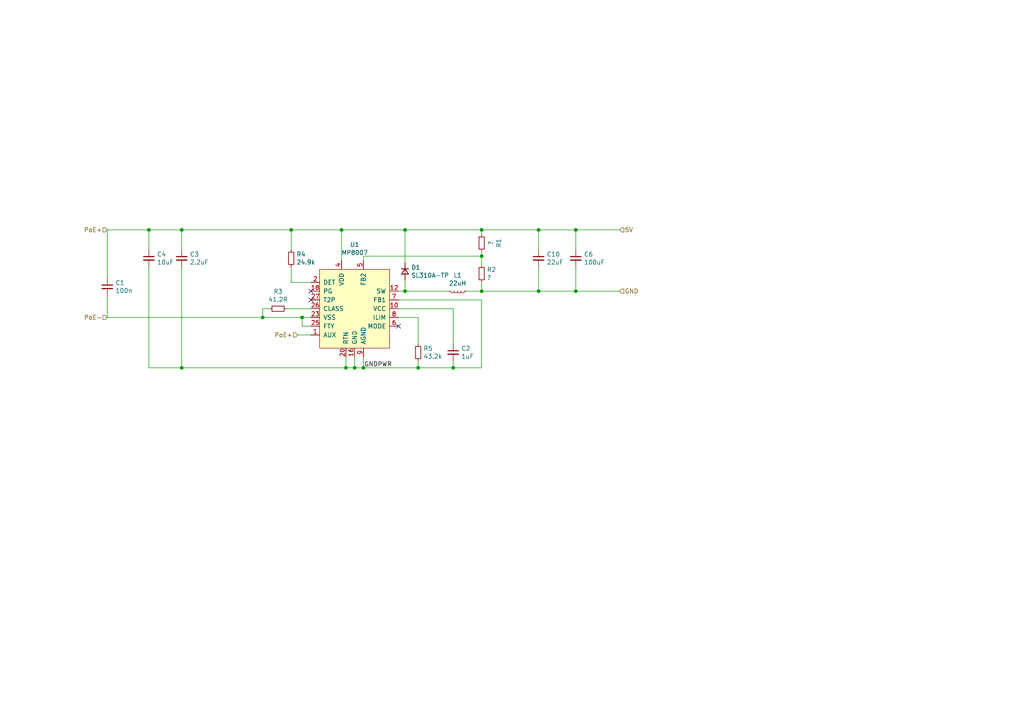
<source format=kicad_sch>
(kicad_sch (version 20211123) (generator eeschema)

  (uuid da469d11-a8a4-414b-9449-d151eeaf4853)

  (paper "A4")

  (lib_symbols
    (symbol "Device:C_Small" (pin_numbers hide) (pin_names (offset 0.254) hide) (in_bom yes) (on_board yes)
      (property "Reference" "C" (id 0) (at 0.254 1.778 0)
        (effects (font (size 1.27 1.27)) (justify left))
      )
      (property "Value" "C_Small" (id 1) (at 0.254 -2.032 0)
        (effects (font (size 1.27 1.27)) (justify left))
      )
      (property "Footprint" "" (id 2) (at 0 0 0)
        (effects (font (size 1.27 1.27)) hide)
      )
      (property "Datasheet" "~" (id 3) (at 0 0 0)
        (effects (font (size 1.27 1.27)) hide)
      )
      (property "ki_keywords" "capacitor cap" (id 4) (at 0 0 0)
        (effects (font (size 1.27 1.27)) hide)
      )
      (property "ki_description" "Unpolarized capacitor, small symbol" (id 5) (at 0 0 0)
        (effects (font (size 1.27 1.27)) hide)
      )
      (property "ki_fp_filters" "C_*" (id 6) (at 0 0 0)
        (effects (font (size 1.27 1.27)) hide)
      )
      (symbol "C_Small_0_1"
        (polyline
          (pts
            (xy -1.524 -0.508)
            (xy 1.524 -0.508)
          )
          (stroke (width 0.3302) (type default) (color 0 0 0 0))
          (fill (type none))
        )
        (polyline
          (pts
            (xy -1.524 0.508)
            (xy 1.524 0.508)
          )
          (stroke (width 0.3048) (type default) (color 0 0 0 0))
          (fill (type none))
        )
      )
      (symbol "C_Small_1_1"
        (pin passive line (at 0 2.54 270) (length 2.032)
          (name "~" (effects (font (size 1.27 1.27))))
          (number "1" (effects (font (size 1.27 1.27))))
        )
        (pin passive line (at 0 -2.54 90) (length 2.032)
          (name "~" (effects (font (size 1.27 1.27))))
          (number "2" (effects (font (size 1.27 1.27))))
        )
      )
    )
    (symbol "Device:D_Small" (pin_numbers hide) (pin_names (offset 0.254) hide) (in_bom yes) (on_board yes)
      (property "Reference" "D" (id 0) (at -1.27 2.032 0)
        (effects (font (size 1.27 1.27)) (justify left))
      )
      (property "Value" "D_Small" (id 1) (at -3.81 -2.032 0)
        (effects (font (size 1.27 1.27)) (justify left))
      )
      (property "Footprint" "" (id 2) (at 0 0 90)
        (effects (font (size 1.27 1.27)) hide)
      )
      (property "Datasheet" "~" (id 3) (at 0 0 90)
        (effects (font (size 1.27 1.27)) hide)
      )
      (property "ki_keywords" "diode" (id 4) (at 0 0 0)
        (effects (font (size 1.27 1.27)) hide)
      )
      (property "ki_description" "Diode, small symbol" (id 5) (at 0 0 0)
        (effects (font (size 1.27 1.27)) hide)
      )
      (property "ki_fp_filters" "TO-???* *_Diode_* *SingleDiode* D_*" (id 6) (at 0 0 0)
        (effects (font (size 1.27 1.27)) hide)
      )
      (symbol "D_Small_0_1"
        (polyline
          (pts
            (xy -0.762 -1.016)
            (xy -0.762 1.016)
          )
          (stroke (width 0.254) (type default) (color 0 0 0 0))
          (fill (type none))
        )
        (polyline
          (pts
            (xy -0.762 0)
            (xy 0.762 0)
          )
          (stroke (width 0) (type default) (color 0 0 0 0))
          (fill (type none))
        )
        (polyline
          (pts
            (xy 0.762 -1.016)
            (xy -0.762 0)
            (xy 0.762 1.016)
            (xy 0.762 -1.016)
          )
          (stroke (width 0.254) (type default) (color 0 0 0 0))
          (fill (type none))
        )
      )
      (symbol "D_Small_1_1"
        (pin passive line (at -2.54 0 0) (length 1.778)
          (name "K" (effects (font (size 1.27 1.27))))
          (number "1" (effects (font (size 1.27 1.27))))
        )
        (pin passive line (at 2.54 0 180) (length 1.778)
          (name "A" (effects (font (size 1.27 1.27))))
          (number "2" (effects (font (size 1.27 1.27))))
        )
      )
    )
    (symbol "Device:L_Small" (pin_numbers hide) (pin_names (offset 0.254) hide) (in_bom yes) (on_board yes)
      (property "Reference" "L" (id 0) (at 0.762 1.016 0)
        (effects (font (size 1.27 1.27)) (justify left))
      )
      (property "Value" "L_Small" (id 1) (at 0.762 -1.016 0)
        (effects (font (size 1.27 1.27)) (justify left))
      )
      (property "Footprint" "" (id 2) (at 0 0 0)
        (effects (font (size 1.27 1.27)) hide)
      )
      (property "Datasheet" "~" (id 3) (at 0 0 0)
        (effects (font (size 1.27 1.27)) hide)
      )
      (property "ki_keywords" "inductor choke coil reactor magnetic" (id 4) (at 0 0 0)
        (effects (font (size 1.27 1.27)) hide)
      )
      (property "ki_description" "Inductor, small symbol" (id 5) (at 0 0 0)
        (effects (font (size 1.27 1.27)) hide)
      )
      (property "ki_fp_filters" "Choke_* *Coil* Inductor_* L_*" (id 6) (at 0 0 0)
        (effects (font (size 1.27 1.27)) hide)
      )
      (symbol "L_Small_0_1"
        (arc (start 0 -2.032) (mid 0.508 -1.524) (end 0 -1.016)
          (stroke (width 0) (type default) (color 0 0 0 0))
          (fill (type none))
        )
        (arc (start 0 -1.016) (mid 0.508 -0.508) (end 0 0)
          (stroke (width 0) (type default) (color 0 0 0 0))
          (fill (type none))
        )
        (arc (start 0 0) (mid 0.508 0.508) (end 0 1.016)
          (stroke (width 0) (type default) (color 0 0 0 0))
          (fill (type none))
        )
        (arc (start 0 1.016) (mid 0.508 1.524) (end 0 2.032)
          (stroke (width 0) (type default) (color 0 0 0 0))
          (fill (type none))
        )
      )
      (symbol "L_Small_1_1"
        (pin passive line (at 0 2.54 270) (length 0.508)
          (name "~" (effects (font (size 1.27 1.27))))
          (number "1" (effects (font (size 1.27 1.27))))
        )
        (pin passive line (at 0 -2.54 90) (length 0.508)
          (name "~" (effects (font (size 1.27 1.27))))
          (number "2" (effects (font (size 1.27 1.27))))
        )
      )
    )
    (symbol "Device:R_Small" (pin_numbers hide) (pin_names (offset 0.254) hide) (in_bom yes) (on_board yes)
      (property "Reference" "R" (id 0) (at 0.762 0.508 0)
        (effects (font (size 1.27 1.27)) (justify left))
      )
      (property "Value" "R_Small" (id 1) (at 0.762 -1.016 0)
        (effects (font (size 1.27 1.27)) (justify left))
      )
      (property "Footprint" "" (id 2) (at 0 0 0)
        (effects (font (size 1.27 1.27)) hide)
      )
      (property "Datasheet" "~" (id 3) (at 0 0 0)
        (effects (font (size 1.27 1.27)) hide)
      )
      (property "ki_keywords" "R resistor" (id 4) (at 0 0 0)
        (effects (font (size 1.27 1.27)) hide)
      )
      (property "ki_description" "Resistor, small symbol" (id 5) (at 0 0 0)
        (effects (font (size 1.27 1.27)) hide)
      )
      (property "ki_fp_filters" "R_*" (id 6) (at 0 0 0)
        (effects (font (size 1.27 1.27)) hide)
      )
      (symbol "R_Small_0_1"
        (rectangle (start -0.762 1.778) (end 0.762 -1.778)
          (stroke (width 0.2032) (type default) (color 0 0 0 0))
          (fill (type none))
        )
      )
      (symbol "R_Small_1_1"
        (pin passive line (at 0 2.54 270) (length 0.762)
          (name "~" (effects (font (size 1.27 1.27))))
          (number "1" (effects (font (size 1.27 1.27))))
        )
        (pin passive line (at 0 -2.54 90) (length 0.762)
          (name "~" (effects (font (size 1.27 1.27))))
          (number "2" (effects (font (size 1.27 1.27))))
        )
      )
    )
    (symbol "local:MP8007" (pin_names (offset 1.016)) (in_bom yes) (on_board yes)
      (property "Reference" "U" (id 0) (at -5.08 11.43 0)
        (effects (font (size 1.27 1.27)))
      )
      (property "Value" "MP8007" (id 1) (at -1.27 -13.97 0)
        (effects (font (size 1.27 1.27)))
      )
      (property "Footprint" "" (id 2) (at -5.08 11.43 0)
        (effects (font (size 1.27 1.27)) hide)
      )
      (property "Datasheet" "" (id 3) (at -5.08 11.43 0)
        (effects (font (size 1.27 1.27)) hide)
      )
      (symbol "MP8007_0_1"
        (rectangle (start -6.35 10.16) (end 13.97 -12.7)
          (stroke (width 0) (type default) (color 0 0 0 0))
          (fill (type background))
        )
      )
      (symbol "MP8007_1_1"
        (pin input line (at -8.89 -8.89 0) (length 2.54)
          (name "AUX" (effects (font (size 1.27 1.27))))
          (number "1" (effects (font (size 1.27 1.27))))
        )
        (pin input line (at 16.51 -1.27 180) (length 2.54)
          (name "VCC" (effects (font (size 1.27 1.27))))
          (number "10" (effects (font (size 1.27 1.27))))
        )
        (pin input line (at 16.51 3.81 180) (length 2.54)
          (name "SW" (effects (font (size 1.27 1.27))))
          (number "12" (effects (font (size 1.27 1.27))))
        )
        (pin input line (at 16.51 3.81 180) (length 2.54) hide
          (name "~" (effects (font (size 1.27 1.27))))
          (number "13" (effects (font (size 1.27 1.27))))
        )
        (pin input line (at 6.35 -15.24 90) (length 2.54) hide
          (name "NC" (effects (font (size 1.27 1.27))))
          (number "14" (effects (font (size 1.27 1.27))))
        )
        (pin input line (at 6.35 -15.24 90) (length 2.54) hide
          (name "NC" (effects (font (size 1.27 1.27))))
          (number "15" (effects (font (size 1.27 1.27))))
        )
        (pin input line (at 3.81 -15.24 90) (length 2.54)
          (name "GND" (effects (font (size 1.27 1.27))))
          (number "16" (effects (font (size 1.27 1.27))))
        )
        (pin input line (at 3.81 -15.24 90) (length 2.54) hide
          (name "~" (effects (font (size 1.27 1.27))))
          (number "17" (effects (font (size 1.27 1.27))))
        )
        (pin input line (at -8.89 3.81 0) (length 2.54)
          (name "PG" (effects (font (size 1.27 1.27))))
          (number "18" (effects (font (size 1.27 1.27))))
        )
        (pin input line (at 6.35 -15.24 90) (length 2.54) hide
          (name "NC" (effects (font (size 1.27 1.27))))
          (number "19" (effects (font (size 1.27 1.27))))
        )
        (pin input line (at -8.89 6.35 0) (length 2.54)
          (name "DET" (effects (font (size 1.27 1.27))))
          (number "2" (effects (font (size 1.27 1.27))))
        )
        (pin input line (at 1.27 -15.24 90) (length 2.54)
          (name "RTN" (effects (font (size 1.27 1.27))))
          (number "20" (effects (font (size 1.27 1.27))))
        )
        (pin input line (at 1.27 -15.24 90) (length 2.54) hide
          (name "~" (effects (font (size 1.27 1.27))))
          (number "21" (effects (font (size 1.27 1.27))))
        )
        (pin input line (at 6.35 -15.24 90) (length 2.54) hide
          (name "NC" (effects (font (size 1.27 1.27))))
          (number "22" (effects (font (size 1.27 1.27))))
        )
        (pin input line (at -8.89 -3.81 0) (length 2.54)
          (name "VSS" (effects (font (size 1.27 1.27))))
          (number "23" (effects (font (size 1.27 1.27))))
        )
        (pin input line (at -8.89 -3.81 0) (length 2.54) hide
          (name "~" (effects (font (size 1.27 1.27))))
          (number "24" (effects (font (size 1.27 1.27))))
        )
        (pin input line (at -8.89 -6.35 0) (length 2.54)
          (name "FTY" (effects (font (size 1.27 1.27))))
          (number "25" (effects (font (size 1.27 1.27))))
        )
        (pin input line (at -8.89 -1.27 0) (length 2.54)
          (name "CLASS" (effects (font (size 1.27 1.27))))
          (number "26" (effects (font (size 1.27 1.27))))
        )
        (pin input line (at -8.89 1.27 0) (length 2.54)
          (name "T2P" (effects (font (size 1.27 1.27))))
          (number "27" (effects (font (size 1.27 1.27))))
        )
        (pin input line (at 3.81 -15.24 90) (length 2.54) hide
          (name "GND" (effects (font (size 1.27 1.27))))
          (number "29" (effects (font (size 1.27 1.27))))
        )
        (pin input line (at 0 12.7 270) (length 2.54)
          (name "VDD" (effects (font (size 1.27 1.27))))
          (number "4" (effects (font (size 1.27 1.27))))
        )
        (pin input line (at 6.35 12.7 270) (length 2.54)
          (name "FB2" (effects (font (size 1.27 1.27))))
          (number "5" (effects (font (size 1.27 1.27))))
        )
        (pin input line (at 16.51 -6.35 180) (length 2.54)
          (name "MODE" (effects (font (size 1.27 1.27))))
          (number "6" (effects (font (size 1.27 1.27))))
        )
        (pin input line (at 16.51 1.27 180) (length 2.54)
          (name "FB1" (effects (font (size 1.27 1.27))))
          (number "7" (effects (font (size 1.27 1.27))))
        )
        (pin input line (at 16.51 -3.81 180) (length 2.54)
          (name "ILIM" (effects (font (size 1.27 1.27))))
          (number "8" (effects (font (size 1.27 1.27))))
        )
        (pin input line (at 6.35 -15.24 90) (length 2.54)
          (name "AGND" (effects (font (size 1.27 1.27))))
          (number "9" (effects (font (size 1.27 1.27))))
        )
      )
    )
  )

  (junction (at 156.21 84.455) (diameter 0) (color 0 0 0 0)
    (uuid 13c0ff76-ed71-4cd9-abb0-92c376825d5d)
  )
  (junction (at 102.87 106.68) (diameter 0) (color 0 0 0 0)
    (uuid 181abe7a-f941-42b6-bd46-aaa3131f90fb)
  )
  (junction (at 84.455 66.675) (diameter 0) (color 0 0 0 0)
    (uuid 1d9cdadc-9036-4a95-b6db-fa7b3b74c869)
  )
  (junction (at 139.7 84.455) (diameter 0) (color 0 0 0 0)
    (uuid 24f7628d-681d-4f0e-8409-40a129e929d9)
  )
  (junction (at 100.33 106.68) (diameter 0) (color 0 0 0 0)
    (uuid 3a7648d8-121a-4921-9b92-9b35b76ce39b)
  )
  (junction (at 139.7 66.675) (diameter 0) (color 0 0 0 0)
    (uuid 3e903008-0276-4a73-8edb-5d9dfde6297c)
  )
  (junction (at 87.63 92.075) (diameter 0) (color 0 0 0 0)
    (uuid 44d8279a-9cd1-4db6-856f-0363131605fc)
  )
  (junction (at 131.445 106.68) (diameter 0) (color 0 0 0 0)
    (uuid 6c2e273e-743c-4f1e-a647-4171f8122550)
  )
  (junction (at 105.41 106.68) (diameter 0) (color 0 0 0 0)
    (uuid 8174b4de-74b1-48db-ab8e-c8432251095b)
  )
  (junction (at 167.005 84.455) (diameter 0) (color 0 0 0 0)
    (uuid 8412992d-8754-44de-9e08-115cec1a3eff)
  )
  (junction (at 121.285 106.68) (diameter 0) (color 0 0 0 0)
    (uuid 9bb20359-0f8b-45bc-9d38-6626ed3a939d)
  )
  (junction (at 156.21 66.675) (diameter 0) (color 0 0 0 0)
    (uuid a27eb049-c992-4f11-a026-1e6a8d9d0160)
  )
  (junction (at 43.18 66.675) (diameter 0) (color 0 0 0 0)
    (uuid aca4de92-9c41-4c2b-9afa-540d02dafa1c)
  )
  (junction (at 117.475 66.675) (diameter 0) (color 0 0 0 0)
    (uuid b88717bd-086f-46cd-9d3f-0396009d0996)
  )
  (junction (at 117.475 84.455) (diameter 0) (color 0 0 0 0)
    (uuid c01d25cd-f4bb-4ef3-b5ea-533a2a4ddb2b)
  )
  (junction (at 139.7 74.295) (diameter 0) (color 0 0 0 0)
    (uuid c0eca5ed-bc5e-4618-9bcd-80945bea41ed)
  )
  (junction (at 52.705 106.68) (diameter 0) (color 0 0 0 0)
    (uuid c25a772d-af9c-4ebc-96f6-0966738c13a8)
  )
  (junction (at 99.06 66.675) (diameter 0) (color 0 0 0 0)
    (uuid c41b3c8b-634e-435a-b582-96b83bbd4032)
  )
  (junction (at 76.2 92.075) (diameter 0) (color 0 0 0 0)
    (uuid c830e3bc-dc64-4f65-8f47-3b106bae2807)
  )
  (junction (at 52.705 66.675) (diameter 0) (color 0 0 0 0)
    (uuid e8c50f1b-c316-4110-9cce-5c24c65a1eaa)
  )
  (junction (at 167.005 66.675) (diameter 0) (color 0 0 0 0)
    (uuid ffd175d1-912a-4224-be1e-a8198680f46b)
  )

  (no_connect (at 90.17 84.455) (uuid 6a45789b-3855-401f-8139-3c734f7f52f9))
  (no_connect (at 90.17 86.995) (uuid b1086f75-01ba-4188-8d36-75a9e2828ca9))
  (no_connect (at 115.57 94.615) (uuid d3d7e298-1d39-4294-a3ab-c84cc0dc5e5a))

  (wire (pts (xy 139.7 67.945) (xy 139.7 66.675))
    (stroke (width 0) (type default) (color 0 0 0 0))
    (uuid 0217dfc4-fc13-4699-99ad-d9948522648e)
  )
  (wire (pts (xy 102.87 103.505) (xy 102.87 106.68))
    (stroke (width 0) (type default) (color 0 0 0 0))
    (uuid 0eaa98f0-9565-4637-ace3-42a5231b07f7)
  )
  (wire (pts (xy 52.705 77.47) (xy 52.705 106.68))
    (stroke (width 0) (type default) (color 0 0 0 0))
    (uuid 12422a89-3d0c-485c-9386-f77121fd68fd)
  )
  (wire (pts (xy 43.18 77.47) (xy 43.18 106.68))
    (stroke (width 0) (type default) (color 0 0 0 0))
    (uuid 1e8701fc-ad24-40ea-846a-e3db538d6077)
  )
  (wire (pts (xy 31.115 92.075) (xy 76.2 92.075))
    (stroke (width 0) (type default) (color 0 0 0 0))
    (uuid 25d545dc-8f50-4573-922c-35ef5a2a3a19)
  )
  (wire (pts (xy 121.285 99.695) (xy 121.285 92.075))
    (stroke (width 0) (type default) (color 0 0 0 0))
    (uuid 2d210a96-f81f-42a9-8bf4-1b43c11086f3)
  )
  (wire (pts (xy 84.455 81.915) (xy 90.17 81.915))
    (stroke (width 0) (type default) (color 0 0 0 0))
    (uuid 2e642b3e-a476-4c54-9a52-dcea955640cd)
  )
  (wire (pts (xy 135.255 84.455) (xy 139.7 84.455))
    (stroke (width 0) (type default) (color 0 0 0 0))
    (uuid 2f215f15-3d52-4c91-93e6-3ea03a95622f)
  )
  (wire (pts (xy 84.455 66.675) (xy 99.06 66.675))
    (stroke (width 0) (type default) (color 0 0 0 0))
    (uuid 30f15357-ce1d-48b9-93dc-7d9b1b2aa048)
  )
  (wire (pts (xy 139.7 86.995) (xy 139.7 106.68))
    (stroke (width 0) (type default) (color 0 0 0 0))
    (uuid 31e08896-1992-4725-96d9-9d2728bca7a3)
  )
  (wire (pts (xy 131.445 104.775) (xy 131.445 106.68))
    (stroke (width 0) (type default) (color 0 0 0 0))
    (uuid 3cd1bda0-18db-417d-b581-a0c50623df68)
  )
  (wire (pts (xy 31.115 80.645) (xy 31.115 66.675))
    (stroke (width 0) (type default) (color 0 0 0 0))
    (uuid 47baf4b1-0938-497d-88f9-671136aa8be7)
  )
  (wire (pts (xy 115.57 84.455) (xy 117.475 84.455))
    (stroke (width 0) (type default) (color 0 0 0 0))
    (uuid 4a4ec8d9-3d72-4952-83d4-808f65849a2b)
  )
  (wire (pts (xy 90.17 94.615) (xy 87.63 94.615))
    (stroke (width 0) (type default) (color 0 0 0 0))
    (uuid 4fb02e58-160a-4a39-9f22-d0c75e82ee72)
  )
  (wire (pts (xy 76.2 89.535) (xy 76.2 92.075))
    (stroke (width 0) (type default) (color 0 0 0 0))
    (uuid 5fc27c35-3e1c-4f96-817c-93b5570858a6)
  )
  (wire (pts (xy 117.475 66.675) (xy 139.7 66.675))
    (stroke (width 0) (type default) (color 0 0 0 0))
    (uuid 61fe293f-6808-4b7f-9340-9aaac7054a97)
  )
  (wire (pts (xy 139.7 66.675) (xy 156.21 66.675))
    (stroke (width 0) (type default) (color 0 0 0 0))
    (uuid 639c0e59-e95c-4114-bccd-2e7277505454)
  )
  (wire (pts (xy 117.475 76.2) (xy 117.475 66.675))
    (stroke (width 0) (type default) (color 0 0 0 0))
    (uuid 63ff1c93-3f96-4c33-b498-5dd8c33bccc0)
  )
  (wire (pts (xy 167.005 72.39) (xy 167.005 66.675))
    (stroke (width 0) (type default) (color 0 0 0 0))
    (uuid 6441b183-b8f2-458f-a23d-60e2b1f66dd6)
  )
  (wire (pts (xy 99.06 66.675) (xy 117.475 66.675))
    (stroke (width 0) (type default) (color 0 0 0 0))
    (uuid 66043bca-a260-4915-9fce-8a51d324c687)
  )
  (wire (pts (xy 131.445 106.68) (xy 139.7 106.68))
    (stroke (width 0) (type default) (color 0 0 0 0))
    (uuid 666713b0-70f4-42df-8761-f65bc212d03b)
  )
  (wire (pts (xy 167.005 84.455) (xy 179.705 84.455))
    (stroke (width 0) (type default) (color 0 0 0 0))
    (uuid 68877d35-b796-44db-9124-b8e744e7412e)
  )
  (wire (pts (xy 139.7 74.295) (xy 139.7 73.025))
    (stroke (width 0) (type default) (color 0 0 0 0))
    (uuid 6bfe5804-2ef9-4c65-b2a7-f01e4014370a)
  )
  (wire (pts (xy 76.2 92.075) (xy 87.63 92.075))
    (stroke (width 0) (type default) (color 0 0 0 0))
    (uuid 6c9b793c-e74d-4754-a2c0-901e73b26f1c)
  )
  (wire (pts (xy 105.41 106.68) (xy 121.285 106.68))
    (stroke (width 0) (type default) (color 0 0 0 0))
    (uuid 6d26d68f-1ca7-4ff3-b058-272f1c399047)
  )
  (wire (pts (xy 105.41 106.68) (xy 102.87 106.68))
    (stroke (width 0) (type default) (color 0 0 0 0))
    (uuid 704d6d51-bb34-4cbf-83d8-841e208048d8)
  )
  (wire (pts (xy 86.36 97.155) (xy 90.17 97.155))
    (stroke (width 0) (type default) (color 0 0 0 0))
    (uuid 716e31c5-485f-40b5-88e3-a75900da9811)
  )
  (wire (pts (xy 105.41 74.295) (xy 139.7 74.295))
    (stroke (width 0) (type default) (color 0 0 0 0))
    (uuid 75ffc65c-7132-4411-9f2a-ae0c73d79338)
  )
  (wire (pts (xy 99.06 66.675) (xy 99.06 75.565))
    (stroke (width 0) (type default) (color 0 0 0 0))
    (uuid 77ed3941-d133-4aef-a9af-5a39322d14eb)
  )
  (wire (pts (xy 52.705 72.39) (xy 52.705 66.675))
    (stroke (width 0) (type default) (color 0 0 0 0))
    (uuid 7d34f6b1-ab31-49be-b011-c67fe67a8a56)
  )
  (wire (pts (xy 115.57 89.535) (xy 131.445 89.535))
    (stroke (width 0) (type default) (color 0 0 0 0))
    (uuid 7dc880bc-e7eb-4cce-8d8c-0b65a9dd788e)
  )
  (wire (pts (xy 156.21 72.39) (xy 156.21 66.675))
    (stroke (width 0) (type default) (color 0 0 0 0))
    (uuid 80094b70-85ab-4ff6-934b-60d5ee65023a)
  )
  (wire (pts (xy 105.41 74.295) (xy 105.41 75.565))
    (stroke (width 0) (type default) (color 0 0 0 0))
    (uuid 852dabbf-de45-4470-8176-59d37a754407)
  )
  (wire (pts (xy 84.455 77.47) (xy 84.455 81.915))
    (stroke (width 0) (type default) (color 0 0 0 0))
    (uuid 87371631-aa02-498a-998a-09bdb74784c1)
  )
  (wire (pts (xy 139.7 84.455) (xy 139.7 81.915))
    (stroke (width 0) (type default) (color 0 0 0 0))
    (uuid 8da933a9-35f8-42e6-8504-d1bab7264306)
  )
  (wire (pts (xy 52.705 106.68) (xy 100.33 106.68))
    (stroke (width 0) (type default) (color 0 0 0 0))
    (uuid 911bdcbe-493f-4e21-a506-7cbc636e2c17)
  )
  (wire (pts (xy 121.285 106.68) (xy 131.445 106.68))
    (stroke (width 0) (type default) (color 0 0 0 0))
    (uuid 9157f4ae-0244-4ff1-9f73-3cb4cbb5f280)
  )
  (wire (pts (xy 117.475 81.28) (xy 117.475 84.455))
    (stroke (width 0) (type default) (color 0 0 0 0))
    (uuid 9b0a1687-7e1b-4a04-a30b-c27a072a2949)
  )
  (wire (pts (xy 117.475 84.455) (xy 130.175 84.455))
    (stroke (width 0) (type default) (color 0 0 0 0))
    (uuid 9e1b837f-0d34-4a18-9644-9ee68f141f46)
  )
  (wire (pts (xy 52.705 66.675) (xy 84.455 66.675))
    (stroke (width 0) (type default) (color 0 0 0 0))
    (uuid 9f8381e9-3077-4453-a480-a01ad9c1a940)
  )
  (wire (pts (xy 121.285 104.775) (xy 121.285 106.68))
    (stroke (width 0) (type default) (color 0 0 0 0))
    (uuid aa14c3bd-4acc-4908-9d28-228585a22a9d)
  )
  (wire (pts (xy 115.57 86.995) (xy 139.7 86.995))
    (stroke (width 0) (type default) (color 0 0 0 0))
    (uuid b5352a33-563a-4ffe-a231-2e68fb54afa3)
  )
  (wire (pts (xy 167.005 66.675) (xy 179.705 66.675))
    (stroke (width 0) (type default) (color 0 0 0 0))
    (uuid b96fe6ac-3535-4455-ab88-ed77f5e46d6e)
  )
  (wire (pts (xy 31.115 66.675) (xy 43.18 66.675))
    (stroke (width 0) (type default) (color 0 0 0 0))
    (uuid babeabf2-f3b0-4ed5-8d9e-0215947e6cf3)
  )
  (wire (pts (xy 139.7 76.835) (xy 139.7 74.295))
    (stroke (width 0) (type default) (color 0 0 0 0))
    (uuid bd5408e4-362d-4e43-9d39-78fb99eb52c8)
  )
  (wire (pts (xy 167.005 77.47) (xy 167.005 84.455))
    (stroke (width 0) (type default) (color 0 0 0 0))
    (uuid bfc0aadc-38cf-466e-a642-68fdc3138c78)
  )
  (wire (pts (xy 83.185 89.535) (xy 90.17 89.535))
    (stroke (width 0) (type default) (color 0 0 0 0))
    (uuid c144caa5-b0d4-4cef-840a-d4ad178a2102)
  )
  (wire (pts (xy 156.21 84.455) (xy 167.005 84.455))
    (stroke (width 0) (type default) (color 0 0 0 0))
    (uuid c332fa55-4168-4f55-88a5-f82c7c21040b)
  )
  (wire (pts (xy 43.18 66.675) (xy 52.705 66.675))
    (stroke (width 0) (type default) (color 0 0 0 0))
    (uuid c43663ee-9a0d-4f27-a292-89ba89964065)
  )
  (wire (pts (xy 102.87 106.68) (xy 100.33 106.68))
    (stroke (width 0) (type default) (color 0 0 0 0))
    (uuid ce83728b-bebd-48c2-8734-b6a50d837931)
  )
  (wire (pts (xy 139.7 84.455) (xy 156.21 84.455))
    (stroke (width 0) (type default) (color 0 0 0 0))
    (uuid d3c11c8f-a73d-4211-934b-a6da255728ad)
  )
  (wire (pts (xy 156.21 77.47) (xy 156.21 84.455))
    (stroke (width 0) (type default) (color 0 0 0 0))
    (uuid d4a1d3c4-b315-4bec-9220-d12a9eab51e0)
  )
  (wire (pts (xy 43.18 106.68) (xy 52.705 106.68))
    (stroke (width 0) (type default) (color 0 0 0 0))
    (uuid d5641ac9-9be7-46bf-90b3-6c83d852b5ba)
  )
  (wire (pts (xy 131.445 99.695) (xy 131.445 89.535))
    (stroke (width 0) (type default) (color 0 0 0 0))
    (uuid d57dcfee-5058-4fc2-a68b-05f9a48f685b)
  )
  (wire (pts (xy 43.18 72.39) (xy 43.18 66.675))
    (stroke (width 0) (type default) (color 0 0 0 0))
    (uuid d7269d2a-b8c0-422d-8f25-f79ea31bf75e)
  )
  (wire (pts (xy 84.455 72.39) (xy 84.455 66.675))
    (stroke (width 0) (type default) (color 0 0 0 0))
    (uuid d8603679-3e7b-4337-8dbc-1827f5f54d8a)
  )
  (wire (pts (xy 156.21 66.675) (xy 167.005 66.675))
    (stroke (width 0) (type default) (color 0 0 0 0))
    (uuid df32840e-2912-4088-b54c-9a85f64c0265)
  )
  (wire (pts (xy 31.115 85.725) (xy 31.115 92.075))
    (stroke (width 0) (type default) (color 0 0 0 0))
    (uuid e615f7aa-337e-474d-9615-2ad82b1c44ca)
  )
  (wire (pts (xy 121.285 92.075) (xy 115.57 92.075))
    (stroke (width 0) (type default) (color 0 0 0 0))
    (uuid e857610b-4434-4144-b04e-43c1ebdc5ceb)
  )
  (wire (pts (xy 87.63 92.075) (xy 90.17 92.075))
    (stroke (width 0) (type default) (color 0 0 0 0))
    (uuid eb667eea-300e-4ca7-8a6f-4b00de80cd45)
  )
  (wire (pts (xy 87.63 94.615) (xy 87.63 92.075))
    (stroke (width 0) (type default) (color 0 0 0 0))
    (uuid ef8fe2ac-6a7f-4682-9418-b801a1b10a3b)
  )
  (wire (pts (xy 78.105 89.535) (xy 76.2 89.535))
    (stroke (width 0) (type default) (color 0 0 0 0))
    (uuid efeac2a2-7682-4dc7-83ee-f6f1b23da506)
  )
  (wire (pts (xy 100.33 106.68) (xy 100.33 103.505))
    (stroke (width 0) (type default) (color 0 0 0 0))
    (uuid f71da641-16e6-4257-80c3-0b9d804fee4f)
  )
  (wire (pts (xy 105.41 103.505) (xy 105.41 106.68))
    (stroke (width 0) (type default) (color 0 0 0 0))
    (uuid fd470e95-4861-44fe-b1e4-6d8a7c66e144)
  )

  (label "GNDPWR" (at 113.665 106.68 180)
    (effects (font (size 1.27 1.27)) (justify right bottom))
    (uuid 48ab88d7-7084-4d02-b109-3ad55a30bb11)
  )

  (hierarchical_label "PoE+" (shape input) (at 86.36 97.155 180)
    (effects (font (size 1.27 1.27)) (justify right))
    (uuid 127679a9-3981-4934-815e-896a4e3ff56e)
  )
  (hierarchical_label "5V" (shape input) (at 179.705 66.675 0)
    (effects (font (size 1.27 1.27)) (justify left))
    (uuid 3f5fe6b7-98fc-4d3e-9567-f9f7202d1455)
  )
  (hierarchical_label "PoE-" (shape input) (at 31.115 92.075 180)
    (effects (font (size 1.27 1.27)) (justify right))
    (uuid 5cbb5968-dbb5-4b84-864a-ead1cacf75b9)
  )
  (hierarchical_label "PoE+" (shape input) (at 31.115 66.675 180)
    (effects (font (size 1.27 1.27)) (justify right))
    (uuid afb8e687-4a13-41a1-b8c0-89a749e897fe)
  )
  (hierarchical_label "GND" (shape input) (at 179.705 84.455 0)
    (effects (font (size 1.27 1.27)) (justify left))
    (uuid bb7f0588-d4d8-44bf-9ebf-3c533fe4d6ae)
  )

  (symbol (lib_id "local:MP8007") (at 99.06 88.265 0) (unit 1)
    (in_bom yes) (on_board yes)
    (uuid 00000000-0000-0000-0000-000060a0318a)
    (property "Reference" "U1" (id 0) (at 102.87 70.9676 0))
    (property "Value" "MP8007" (id 1) (at 102.87 73.279 0))
    (property "Footprint" "Package_DFN_QFN:QFN-28-1EP_4x5mm_P0.5mm_EP2.65x3.65mm_ThermalVias" (id 2) (at 93.98 76.835 0)
      (effects (font (size 1.27 1.27)) hide)
    )
    (property "Datasheet" "" (id 3) (at 93.98 76.835 0)
      (effects (font (size 1.27 1.27)) hide)
    )
    (pin "1" (uuid d45e7256-661e-4d00-854c-f526f8bf15ad))
    (pin "10" (uuid dc3aba9f-670c-48ff-8d17-ce46b2d14e1b))
    (pin "12" (uuid d2c61604-a816-4601-a1a6-18f90f86b771))
    (pin "13" (uuid ea87411d-3c37-4ee3-8f36-8e3a9f8bd10e))
    (pin "14" (uuid a999881c-a4bc-47d4-9eb8-36f9cdf801e4))
    (pin "15" (uuid 8a105e27-360d-4b14-b314-e5b151d85e0a))
    (pin "16" (uuid dec7721f-253a-41eb-9287-d0b7bc694215))
    (pin "17" (uuid 0e3170e8-bcda-49f0-a05c-16bd526f652b))
    (pin "18" (uuid 2f4e6d3b-e788-40fd-a30d-623725dbb33b))
    (pin "19" (uuid 16f46eb7-3179-4690-ba60-9ec9d64b3378))
    (pin "2" (uuid c5a12768-f9ec-43d1-9832-40cf58ab35d8))
    (pin "20" (uuid 486fb20f-4d44-4d0e-98e3-b32ec2eda971))
    (pin "21" (uuid 9a8b7046-99b9-43b5-9740-2bf42c50fd1e))
    (pin "22" (uuid 6abfd228-b84c-4c51-a63b-e85b0dd8af0d))
    (pin "23" (uuid 2503d954-ef99-4072-b4c2-68d293469a5a))
    (pin "24" (uuid c5119c27-886e-4e5d-a3d6-b687afc97a5f))
    (pin "25" (uuid 41a21862-965c-43a6-a37c-e7f05eddb9f6))
    (pin "26" (uuid a1ff99f3-4674-4b77-aaee-8bfef9eeac71))
    (pin "27" (uuid b55d8c60-122f-4b07-af35-8b61ef7e15af))
    (pin "29" (uuid 58f05cab-efdd-4aa9-a5ca-3b2017dba7ad))
    (pin "4" (uuid 028fa86a-5859-41be-bd1f-58207503dfac))
    (pin "5" (uuid 7a683382-1dbf-447f-8e83-d7e70b931d63))
    (pin "6" (uuid fc884eb3-6cbb-4007-990b-4188d2e9ee00))
    (pin "7" (uuid 3b36b69e-2dff-40a2-b090-111e9cc6e87d))
    (pin "8" (uuid 43789822-7973-4f94-a080-806a43eec52c))
    (pin "9" (uuid 6fbf06b6-aa78-493f-9ea2-e7b5da773fcd))
  )

  (symbol (lib_id "Device:C_Small") (at 31.115 83.185 0) (unit 1)
    (in_bom yes) (on_board yes)
    (uuid 00000000-0000-0000-0000-000060a06e25)
    (property "Reference" "C1" (id 0) (at 33.4518 82.0166 0)
      (effects (font (size 1.27 1.27)) (justify left))
    )
    (property "Value" "100n" (id 1) (at 33.4518 84.328 0)
      (effects (font (size 1.27 1.27)) (justify left))
    )
    (property "Footprint" "Capacitor_SMD:C_0603_1608Metric" (id 2) (at 31.115 83.185 0)
      (effects (font (size 1.27 1.27)) hide)
    )
    (property "Datasheet" "~" (id 3) (at 31.115 83.185 0)
      (effects (font (size 1.27 1.27)) hide)
    )
    (pin "1" (uuid 457763d2-86b1-4f16-90c8-113820390f37))
    (pin "2" (uuid 4b2118cf-fb52-4113-a818-0a42fecbb1e6))
  )

  (symbol (lib_id "Device:R_Small") (at 84.455 74.93 0) (unit 1)
    (in_bom yes) (on_board yes)
    (uuid 00000000-0000-0000-0000-000060a0839d)
    (property "Reference" "R4" (id 0) (at 85.9536 73.7616 0)
      (effects (font (size 1.27 1.27)) (justify left))
    )
    (property "Value" "24.9k" (id 1) (at 85.9536 76.073 0)
      (effects (font (size 1.27 1.27)) (justify left))
    )
    (property "Footprint" "Resistor_SMD:R_0603_1608Metric" (id 2) (at 84.455 74.93 0)
      (effects (font (size 1.27 1.27)) hide)
    )
    (property "Datasheet" "~" (id 3) (at 84.455 74.93 0)
      (effects (font (size 1.27 1.27)) hide)
    )
    (pin "1" (uuid 48009e63-8dca-41c7-8d95-bd4dc68d0472))
    (pin "2" (uuid c24f6dda-4e88-46d6-891a-2292666a3f6c))
  )

  (symbol (lib_id "Device:R_Small") (at 80.645 89.535 270) (unit 1)
    (in_bom yes) (on_board yes)
    (uuid 00000000-0000-0000-0000-000060a08fa6)
    (property "Reference" "R3" (id 0) (at 80.645 84.5566 90))
    (property "Value" "41.2R" (id 1) (at 80.645 86.868 90))
    (property "Footprint" "Resistor_SMD:R_0603_1608Metric" (id 2) (at 80.645 89.535 0)
      (effects (font (size 1.27 1.27)) hide)
    )
    (property "Datasheet" "~" (id 3) (at 80.645 89.535 0)
      (effects (font (size 1.27 1.27)) hide)
    )
    (pin "1" (uuid 90b6d63a-e0ed-40d8-aa18-bc361c596675))
    (pin "2" (uuid a2a358ce-235e-4fcc-ac24-30f1122ba0a2))
  )

  (symbol (lib_id "Device:C_Small") (at 131.445 102.235 0) (unit 1)
    (in_bom yes) (on_board yes)
    (uuid 00000000-0000-0000-0000-000060a1ec7f)
    (property "Reference" "C2" (id 0) (at 133.7818 101.0666 0)
      (effects (font (size 1.27 1.27)) (justify left))
    )
    (property "Value" "1uF" (id 1) (at 133.7818 103.378 0)
      (effects (font (size 1.27 1.27)) (justify left))
    )
    (property "Footprint" "Capacitor_SMD:C_0603_1608Metric" (id 2) (at 131.445 102.235 0)
      (effects (font (size 1.27 1.27)) hide)
    )
    (property "Datasheet" "~" (id 3) (at 131.445 102.235 0)
      (effects (font (size 1.27 1.27)) hide)
    )
    (pin "1" (uuid ae99347b-d615-4cca-b6e3-da90051cd746))
    (pin "2" (uuid c19d2924-d975-404d-a72e-317851bf72a8))
  )

  (symbol (lib_id "Device:R_Small") (at 121.285 102.235 0) (unit 1)
    (in_bom yes) (on_board yes)
    (uuid 00000000-0000-0000-0000-000060a2372f)
    (property "Reference" "R5" (id 0) (at 122.7836 101.0666 0)
      (effects (font (size 1.27 1.27)) (justify left))
    )
    (property "Value" "43.2k" (id 1) (at 122.7836 103.378 0)
      (effects (font (size 1.27 1.27)) (justify left))
    )
    (property "Footprint" "Resistor_SMD:R_0603_1608Metric" (id 2) (at 121.285 102.235 0)
      (effects (font (size 1.27 1.27)) hide)
    )
    (property "Datasheet" "~" (id 3) (at 121.285 102.235 0)
      (effects (font (size 1.27 1.27)) hide)
    )
    (pin "1" (uuid 90bdf8b3-979d-47a5-a553-16f3f2d65734))
    (pin "2" (uuid efd4d00a-a7db-4bd5-87d8-7a1d99931c14))
  )

  (symbol (lib_id "Device:R_Small") (at 139.7 70.485 180) (unit 1)
    (in_bom yes) (on_board yes)
    (uuid 00000000-0000-0000-0000-000060a2d39d)
    (property "Reference" "R1" (id 0) (at 144.6784 70.485 90))
    (property "Value" "?" (id 1) (at 142.367 70.485 90))
    (property "Footprint" "Resistor_SMD:R_0603_1608Metric" (id 2) (at 139.7 70.485 0)
      (effects (font (size 1.27 1.27)) hide)
    )
    (property "Datasheet" "~" (id 3) (at 139.7 70.485 0)
      (effects (font (size 1.27 1.27)) hide)
    )
    (pin "1" (uuid b08a5218-3c22-4695-ab71-ac0793f0ef12))
    (pin "2" (uuid 8f1fd0e6-3131-44eb-8cae-19bdab9edcfb))
  )

  (symbol (lib_id "Device:R_Small") (at 139.7 79.375 180) (unit 1)
    (in_bom yes) (on_board yes)
    (uuid 00000000-0000-0000-0000-000060a2d79d)
    (property "Reference" "R2" (id 0) (at 141.1986 78.2066 0)
      (effects (font (size 1.27 1.27)) (justify right))
    )
    (property "Value" "?" (id 1) (at 141.1986 80.518 0)
      (effects (font (size 1.27 1.27)) (justify right))
    )
    (property "Footprint" "Resistor_SMD:R_0603_1608Metric" (id 2) (at 139.7 79.375 0)
      (effects (font (size 1.27 1.27)) hide)
    )
    (property "Datasheet" "~" (id 3) (at 139.7 79.375 0)
      (effects (font (size 1.27 1.27)) hide)
    )
    (pin "1" (uuid 52a4de9f-b6bb-45b4-8a08-55e931360140))
    (pin "2" (uuid ddbf5ec5-6bcd-435d-aef5-27df202a0f49))
  )

  (symbol (lib_id "Device:C_Small") (at 156.21 74.93 0) (unit 1)
    (in_bom yes) (on_board yes)
    (uuid 00000000-0000-0000-0000-000060a50237)
    (property "Reference" "C10" (id 0) (at 158.5468 73.7616 0)
      (effects (font (size 1.27 1.27)) (justify left))
    )
    (property "Value" "22uF" (id 1) (at 158.5468 76.073 0)
      (effects (font (size 1.27 1.27)) (justify left))
    )
    (property "Footprint" "Capacitor_SMD:C_1206_3216Metric" (id 2) (at 156.21 74.93 0)
      (effects (font (size 1.27 1.27)) hide)
    )
    (property "Datasheet" "~" (id 3) (at 156.21 74.93 0)
      (effects (font (size 1.27 1.27)) hide)
    )
    (pin "1" (uuid a59a7927-0a9c-48b1-8d02-37baf1009ef6))
    (pin "2" (uuid 650bc78a-5fbb-4278-8443-ce2009577e99))
  )

  (symbol (lib_id "Device:L_Small") (at 132.715 84.455 270) (unit 1)
    (in_bom yes) (on_board yes)
    (uuid 00000000-0000-0000-0000-000060b44b88)
    (property "Reference" "L1" (id 0) (at 132.715 79.8576 90))
    (property "Value" "22uH" (id 1) (at 132.715 82.169 90))
    (property "Footprint" "Inductor_SMD:L_2512_6332Metric" (id 2) (at 132.715 84.455 0)
      (effects (font (size 1.27 1.27)) hide)
    )
    (property "Datasheet" "~" (id 3) (at 132.715 84.455 0)
      (effects (font (size 1.27 1.27)) hide)
    )
    (pin "1" (uuid fdb1b91d-20bc-43d1-b915-9fd686d30528))
    (pin "2" (uuid cb81a946-0e3f-49fb-80d8-323e2a3e13e8))
  )

  (symbol (lib_id "Device:D_Small") (at 117.475 78.74 270) (unit 1)
    (in_bom yes) (on_board yes)
    (uuid 00000000-0000-0000-0000-000060b4780e)
    (property "Reference" "D1" (id 0) (at 119.253 77.5716 90)
      (effects (font (size 1.27 1.27)) (justify left))
    )
    (property "Value" "SL310A-TP" (id 1) (at 119.253 79.883 90)
      (effects (font (size 1.27 1.27)) (justify left))
    )
    (property "Footprint" "Diode_SMD:D_SMA" (id 2) (at 117.475 78.74 90)
      (effects (font (size 1.27 1.27)) hide)
    )
    (property "Datasheet" "~" (id 3) (at 117.475 78.74 90)
      (effects (font (size 1.27 1.27)) hide)
    )
    (pin "1" (uuid c4f3bfa9-43fd-457b-a4c0-5563ce33b83d))
    (pin "2" (uuid 173f446f-47cc-44d2-9c2e-6bcbf65bb69b))
  )

  (symbol (lib_id "Device:C_Small") (at 52.705 74.93 0) (unit 1)
    (in_bom yes) (on_board yes)
    (uuid 00000000-0000-0000-0000-000060bc6c5f)
    (property "Reference" "C3" (id 0) (at 55.0418 73.7616 0)
      (effects (font (size 1.27 1.27)) (justify left))
    )
    (property "Value" "2.2uF" (id 1) (at 55.0418 76.073 0)
      (effects (font (size 1.27 1.27)) (justify left))
    )
    (property "Footprint" "Capacitor_SMD:C_1210_3225Metric" (id 2) (at 52.705 74.93 0)
      (effects (font (size 1.27 1.27)) hide)
    )
    (property "Datasheet" "~" (id 3) (at 52.705 74.93 0)
      (effects (font (size 1.27 1.27)) hide)
    )
    (pin "1" (uuid 8b9aa3b3-4c13-491e-80b6-635cc48493af))
    (pin "2" (uuid 8ce951c3-2931-4a58-9fb8-f5b5f2a53e54))
  )

  (symbol (lib_id "Device:C_Small") (at 43.18 74.93 0) (unit 1)
    (in_bom yes) (on_board yes)
    (uuid 00000000-0000-0000-0000-000060bdccdb)
    (property "Reference" "C4" (id 0) (at 45.5168 73.7616 0)
      (effects (font (size 1.27 1.27)) (justify left))
    )
    (property "Value" "10uF" (id 1) (at 45.5168 76.073 0)
      (effects (font (size 1.27 1.27)) (justify left))
    )
    (property "Footprint" "Capacitor_SMD:C_1210_3225Metric" (id 2) (at 43.18 74.93 0)
      (effects (font (size 1.27 1.27)) hide)
    )
    (property "Datasheet" "~" (id 3) (at 43.18 74.93 0)
      (effects (font (size 1.27 1.27)) hide)
    )
    (pin "1" (uuid 1b63c404-4d95-4443-af9b-ab50432758bc))
    (pin "2" (uuid f70b3770-2b7d-45e6-ab67-5f0110242241))
  )

  (symbol (lib_id "Device:C_Small") (at 167.005 74.93 0) (unit 1)
    (in_bom yes) (on_board yes)
    (uuid 00000000-0000-0000-0000-000060c03c71)
    (property "Reference" "C6" (id 0) (at 169.3418 73.7616 0)
      (effects (font (size 1.27 1.27)) (justify left))
    )
    (property "Value" "100uF" (id 1) (at 169.3418 76.073 0)
      (effects (font (size 1.27 1.27)) (justify left))
    )
    (property "Footprint" "Capacitor_SMD:C_1206_3216Metric" (id 2) (at 167.005 74.93 0)
      (effects (font (size 1.27 1.27)) hide)
    )
    (property "Datasheet" "~" (id 3) (at 167.005 74.93 0)
      (effects (font (size 1.27 1.27)) hide)
    )
    (pin "1" (uuid b7cc531d-71db-4e55-91a1-86ec557afbb6))
    (pin "2" (uuid 6e73c3c9-3996-4066-9e7a-a2a9d1e582e5))
  )
)

</source>
